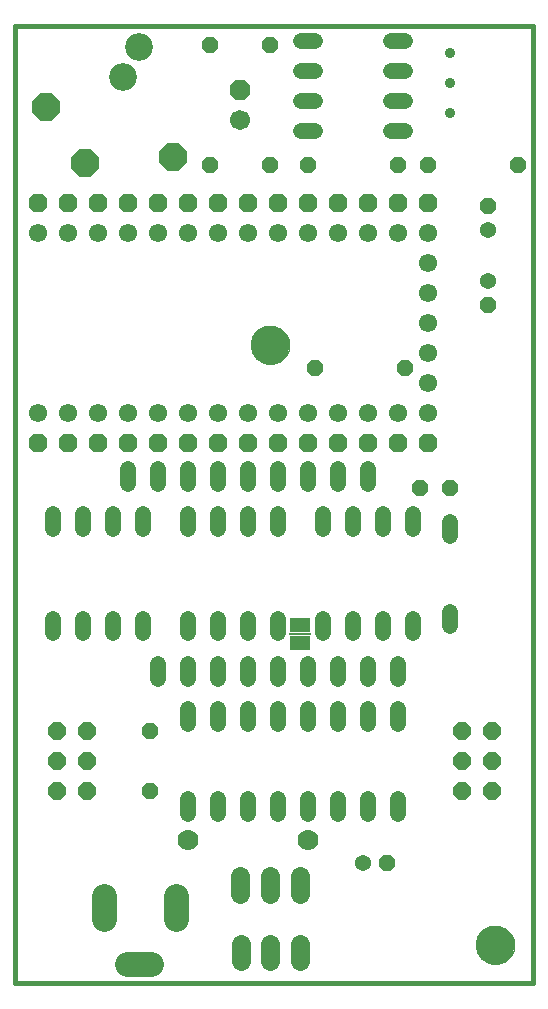
<source format=gts>
G75*
%MOIN*%
%OFA0B0*%
%FSLAX24Y24*%
%IPPOS*%
%LPD*%
%AMOC8*
5,1,8,0,0,1.08239X$1,22.5*
%
%ADD10C,0.0160*%
%ADD11C,0.0000*%
%ADD12C,0.1300*%
%ADD13OC8,0.0520*%
%ADD14OC8,0.0925*%
%ADD15C,0.0925*%
%ADD16C,0.0520*%
%ADD17OC8,0.0670*%
%ADD18C,0.0670*%
%ADD19OC8,0.0540*%
%ADD20C,0.0540*%
%ADD21C,0.0610*%
%ADD22C,0.0827*%
%ADD23C,0.0640*%
%ADD24OC8,0.0580*%
%ADD25C,0.0631*%
%ADD26C,0.0700*%
%ADD27OC8,0.0631*%
%ADD28R,0.0670X0.0500*%
%ADD29R,0.0720X0.0060*%
%ADD30C,0.0360*%
D10*
X001330Y000595D02*
X001330Y032466D01*
X018575Y032466D01*
X018575Y000595D01*
X001330Y000595D01*
D11*
X009200Y021845D02*
X009202Y021895D01*
X009208Y021945D01*
X009218Y021994D01*
X009232Y022042D01*
X009249Y022089D01*
X009270Y022134D01*
X009295Y022178D01*
X009323Y022219D01*
X009355Y022258D01*
X009389Y022295D01*
X009426Y022329D01*
X009466Y022359D01*
X009508Y022386D01*
X009552Y022410D01*
X009598Y022431D01*
X009645Y022447D01*
X009693Y022460D01*
X009743Y022469D01*
X009792Y022474D01*
X009843Y022475D01*
X009893Y022472D01*
X009942Y022465D01*
X009991Y022454D01*
X010039Y022439D01*
X010085Y022421D01*
X010130Y022399D01*
X010173Y022373D01*
X010214Y022344D01*
X010253Y022312D01*
X010289Y022277D01*
X010321Y022239D01*
X010351Y022199D01*
X010378Y022156D01*
X010401Y022112D01*
X010420Y022066D01*
X010436Y022018D01*
X010448Y021969D01*
X010456Y021920D01*
X010460Y021870D01*
X010460Y021820D01*
X010456Y021770D01*
X010448Y021721D01*
X010436Y021672D01*
X010420Y021624D01*
X010401Y021578D01*
X010378Y021534D01*
X010351Y021491D01*
X010321Y021451D01*
X010289Y021413D01*
X010253Y021378D01*
X010214Y021346D01*
X010173Y021317D01*
X010130Y021291D01*
X010085Y021269D01*
X010039Y021251D01*
X009991Y021236D01*
X009942Y021225D01*
X009893Y021218D01*
X009843Y021215D01*
X009792Y021216D01*
X009743Y021221D01*
X009693Y021230D01*
X009645Y021243D01*
X009598Y021259D01*
X009552Y021280D01*
X009508Y021304D01*
X009466Y021331D01*
X009426Y021361D01*
X009389Y021395D01*
X009355Y021432D01*
X009323Y021471D01*
X009295Y021512D01*
X009270Y021556D01*
X009249Y021601D01*
X009232Y021648D01*
X009218Y021696D01*
X009208Y021745D01*
X009202Y021795D01*
X009200Y021845D01*
X016700Y001845D02*
X016702Y001895D01*
X016708Y001945D01*
X016718Y001994D01*
X016732Y002042D01*
X016749Y002089D01*
X016770Y002134D01*
X016795Y002178D01*
X016823Y002219D01*
X016855Y002258D01*
X016889Y002295D01*
X016926Y002329D01*
X016966Y002359D01*
X017008Y002386D01*
X017052Y002410D01*
X017098Y002431D01*
X017145Y002447D01*
X017193Y002460D01*
X017243Y002469D01*
X017292Y002474D01*
X017343Y002475D01*
X017393Y002472D01*
X017442Y002465D01*
X017491Y002454D01*
X017539Y002439D01*
X017585Y002421D01*
X017630Y002399D01*
X017673Y002373D01*
X017714Y002344D01*
X017753Y002312D01*
X017789Y002277D01*
X017821Y002239D01*
X017851Y002199D01*
X017878Y002156D01*
X017901Y002112D01*
X017920Y002066D01*
X017936Y002018D01*
X017948Y001969D01*
X017956Y001920D01*
X017960Y001870D01*
X017960Y001820D01*
X017956Y001770D01*
X017948Y001721D01*
X017936Y001672D01*
X017920Y001624D01*
X017901Y001578D01*
X017878Y001534D01*
X017851Y001491D01*
X017821Y001451D01*
X017789Y001413D01*
X017753Y001378D01*
X017714Y001346D01*
X017673Y001317D01*
X017630Y001291D01*
X017585Y001269D01*
X017539Y001251D01*
X017491Y001236D01*
X017442Y001225D01*
X017393Y001218D01*
X017343Y001215D01*
X017292Y001216D01*
X017243Y001221D01*
X017193Y001230D01*
X017145Y001243D01*
X017098Y001259D01*
X017052Y001280D01*
X017008Y001304D01*
X016966Y001331D01*
X016926Y001361D01*
X016889Y001395D01*
X016855Y001432D01*
X016823Y001471D01*
X016795Y001512D01*
X016770Y001556D01*
X016749Y001601D01*
X016732Y001648D01*
X016718Y001696D01*
X016708Y001745D01*
X016702Y001795D01*
X016700Y001845D01*
D12*
X017330Y001845D03*
X009830Y021845D03*
D13*
X011330Y021095D03*
X014330Y021095D03*
X014830Y017095D03*
X015830Y017095D03*
X015080Y027845D03*
X014080Y027845D03*
X011080Y027845D03*
X009830Y027845D03*
X007830Y027845D03*
X007830Y031845D03*
X009830Y031845D03*
X018080Y027845D03*
X005830Y008970D03*
X005830Y006970D03*
D14*
X003640Y027915D03*
X002360Y029765D03*
X006590Y028125D03*
D15*
X004900Y030785D03*
X005450Y031775D03*
D16*
X010840Y031970D02*
X011320Y031970D01*
X011320Y030970D02*
X010840Y030970D01*
X010840Y029970D02*
X011320Y029970D01*
X011320Y028970D02*
X010840Y028970D01*
X013840Y028970D02*
X014320Y028970D01*
X014320Y029970D02*
X013840Y029970D01*
X013840Y030970D02*
X014320Y030970D01*
X014320Y031970D02*
X013840Y031970D01*
X013080Y017710D02*
X013080Y017230D01*
X012580Y016200D02*
X012580Y015720D01*
X012080Y017230D02*
X012080Y017710D01*
X011080Y017710D02*
X011080Y017230D01*
X011580Y016200D02*
X011580Y015720D01*
X010080Y015720D02*
X010080Y016200D01*
X010080Y017230D02*
X010080Y017710D01*
X009080Y017710D02*
X009080Y017230D01*
X009080Y016200D02*
X009080Y015720D01*
X008080Y015720D02*
X008080Y016200D01*
X008080Y017230D02*
X008080Y017710D01*
X007080Y017710D02*
X007080Y017230D01*
X007080Y016200D02*
X007080Y015720D01*
X006080Y017230D02*
X006080Y017710D01*
X005080Y017710D02*
X005080Y017230D01*
X004580Y016200D02*
X004580Y015720D01*
X005580Y015720D02*
X005580Y016200D01*
X003580Y016200D02*
X003580Y015720D01*
X002580Y015720D02*
X002580Y016200D01*
X002580Y012720D02*
X002580Y012240D01*
X003580Y012240D02*
X003580Y012720D01*
X004580Y012720D02*
X004580Y012240D01*
X005580Y012240D02*
X005580Y012720D01*
X006080Y011210D02*
X006080Y010730D01*
X007080Y010730D02*
X007080Y011210D01*
X007080Y012240D02*
X007080Y012720D01*
X008080Y012720D02*
X008080Y012240D01*
X008080Y011210D02*
X008080Y010730D01*
X008080Y009710D02*
X008080Y009230D01*
X007080Y009230D02*
X007080Y009710D01*
X007080Y006710D02*
X007080Y006230D01*
X008080Y006230D02*
X008080Y006710D01*
X009080Y006710D02*
X009080Y006230D01*
X010080Y006230D02*
X010080Y006710D01*
X011080Y006710D02*
X011080Y006230D01*
X012080Y006230D02*
X012080Y006710D01*
X013080Y006710D02*
X013080Y006230D01*
X014080Y006230D02*
X014080Y006710D01*
X014080Y009230D02*
X014080Y009710D01*
X014080Y010730D02*
X014080Y011210D01*
X013580Y012240D02*
X013580Y012720D01*
X014580Y012720D02*
X014580Y012240D01*
X015830Y012480D02*
X015830Y012960D01*
X015830Y015480D02*
X015830Y015960D01*
X014580Y015720D02*
X014580Y016200D01*
X013580Y016200D02*
X013580Y015720D01*
X012580Y012720D02*
X012580Y012240D01*
X012080Y011210D02*
X012080Y010730D01*
X012080Y009710D02*
X012080Y009230D01*
X013080Y009230D02*
X013080Y009710D01*
X013080Y010730D02*
X013080Y011210D01*
X011580Y012240D02*
X011580Y012720D01*
X011080Y011210D02*
X011080Y010730D01*
X011080Y009710D02*
X011080Y009230D01*
X010080Y009230D02*
X010080Y009710D01*
X010080Y010730D02*
X010080Y011210D01*
X010080Y012240D02*
X010080Y012720D01*
X009080Y012720D02*
X009080Y012240D01*
X009080Y011210D02*
X009080Y010730D01*
X009080Y009710D02*
X009080Y009230D01*
D17*
X008830Y030345D03*
D18*
X008830Y029345D03*
D19*
X017080Y026495D03*
X017080Y023195D03*
X013730Y004595D03*
D20*
X012930Y004595D03*
X017080Y023995D03*
X017080Y025695D03*
D21*
X015080Y025595D03*
X015080Y024595D03*
X015080Y023595D03*
X015080Y022595D03*
X015080Y021595D03*
X015080Y020595D03*
X015080Y019595D03*
X014080Y019595D03*
X013080Y019595D03*
X012080Y019595D03*
X011080Y019595D03*
X010080Y019595D03*
X009080Y019595D03*
X008080Y019595D03*
X007080Y019595D03*
X006080Y019595D03*
X005080Y019595D03*
X004080Y019595D03*
X003080Y019595D03*
X002080Y019595D03*
X002080Y025595D03*
X003080Y025595D03*
X004080Y025595D03*
X005080Y025595D03*
X006080Y025595D03*
X007080Y025595D03*
X008080Y025595D03*
X009080Y025595D03*
X010080Y025595D03*
X011080Y025595D03*
X012080Y025595D03*
X013080Y025595D03*
X014080Y025595D03*
D22*
X006675Y003489D02*
X006675Y002701D01*
X005849Y001205D02*
X005061Y001205D01*
X004274Y002701D02*
X004274Y003489D01*
D23*
X008830Y003545D02*
X008830Y004145D01*
X009830Y004145D02*
X009830Y003545D01*
X010830Y003545D02*
X010830Y004145D01*
D24*
X016205Y006970D03*
X016205Y007970D03*
X016205Y008970D03*
X017205Y008970D03*
X017205Y007970D03*
X017205Y006970D03*
X003705Y006970D03*
X003705Y007970D03*
X003705Y008970D03*
X002705Y008970D03*
X002705Y007970D03*
X002705Y006970D03*
D25*
X008846Y001890D02*
X008846Y001300D01*
X009830Y001300D02*
X009830Y001890D01*
X010814Y001890D02*
X010814Y001300D01*
D26*
X011080Y005345D03*
X007080Y005345D03*
D27*
X007080Y018595D03*
X006080Y018595D03*
X005080Y018595D03*
X004080Y018595D03*
X003080Y018595D03*
X002080Y018595D03*
X002080Y026595D03*
X003080Y026595D03*
X004080Y026595D03*
X005080Y026595D03*
X006080Y026595D03*
X007080Y026595D03*
X008080Y026595D03*
X009080Y026595D03*
X010080Y026595D03*
X011080Y026595D03*
X012080Y026595D03*
X013080Y026595D03*
X014080Y026595D03*
X015080Y026595D03*
X015080Y018595D03*
X014080Y018595D03*
X013080Y018595D03*
X012080Y018595D03*
X011080Y018595D03*
X010080Y018595D03*
X009080Y018595D03*
X008080Y018595D03*
D28*
X010830Y012520D03*
X010830Y011920D03*
D29*
X010830Y012220D03*
D30*
X015830Y029595D03*
X015830Y030595D03*
X015830Y031595D03*
M02*

</source>
